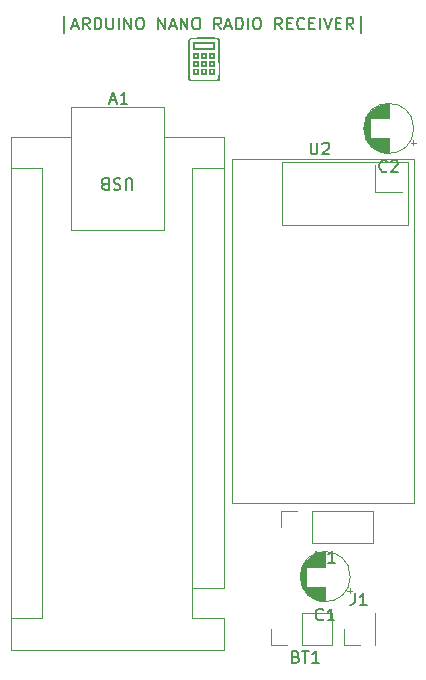
<source format=gbr>
%TF.GenerationSoftware,KiCad,Pcbnew,7.0.7*%
%TF.CreationDate,2023-10-16T17:55:04+02:00*%
%TF.ProjectId,arduino-nano-radio-receiver,61726475-696e-46f2-9d6e-616e6f2d7261,0*%
%TF.SameCoordinates,Original*%
%TF.FileFunction,Legend,Top*%
%TF.FilePolarity,Positive*%
%FSLAX46Y46*%
G04 Gerber Fmt 4.6, Leading zero omitted, Abs format (unit mm)*
G04 Created by KiCad (PCBNEW 7.0.7) date 2023-10-16 17:55:04*
%MOMM*%
%LPD*%
G01*
G04 APERTURE LIST*
%ADD10C,0.150000*%
%ADD11C,0.120000*%
G04 APERTURE END LIST*
D10*
X85774874Y-33603152D02*
X85774874Y-32174580D01*
X86441541Y-32984104D02*
X86917731Y-32984104D01*
X86346303Y-33269819D02*
X86679636Y-32269819D01*
X86679636Y-32269819D02*
X87012969Y-33269819D01*
X87917731Y-33269819D02*
X87584398Y-32793628D01*
X87346303Y-33269819D02*
X87346303Y-32269819D01*
X87346303Y-32269819D02*
X87727255Y-32269819D01*
X87727255Y-32269819D02*
X87822493Y-32317438D01*
X87822493Y-32317438D02*
X87870112Y-32365057D01*
X87870112Y-32365057D02*
X87917731Y-32460295D01*
X87917731Y-32460295D02*
X87917731Y-32603152D01*
X87917731Y-32603152D02*
X87870112Y-32698390D01*
X87870112Y-32698390D02*
X87822493Y-32746009D01*
X87822493Y-32746009D02*
X87727255Y-32793628D01*
X87727255Y-32793628D02*
X87346303Y-32793628D01*
X88346303Y-33269819D02*
X88346303Y-32269819D01*
X88346303Y-32269819D02*
X88584398Y-32269819D01*
X88584398Y-32269819D02*
X88727255Y-32317438D01*
X88727255Y-32317438D02*
X88822493Y-32412676D01*
X88822493Y-32412676D02*
X88870112Y-32507914D01*
X88870112Y-32507914D02*
X88917731Y-32698390D01*
X88917731Y-32698390D02*
X88917731Y-32841247D01*
X88917731Y-32841247D02*
X88870112Y-33031723D01*
X88870112Y-33031723D02*
X88822493Y-33126961D01*
X88822493Y-33126961D02*
X88727255Y-33222200D01*
X88727255Y-33222200D02*
X88584398Y-33269819D01*
X88584398Y-33269819D02*
X88346303Y-33269819D01*
X89346303Y-32269819D02*
X89346303Y-33079342D01*
X89346303Y-33079342D02*
X89393922Y-33174580D01*
X89393922Y-33174580D02*
X89441541Y-33222200D01*
X89441541Y-33222200D02*
X89536779Y-33269819D01*
X89536779Y-33269819D02*
X89727255Y-33269819D01*
X89727255Y-33269819D02*
X89822493Y-33222200D01*
X89822493Y-33222200D02*
X89870112Y-33174580D01*
X89870112Y-33174580D02*
X89917731Y-33079342D01*
X89917731Y-33079342D02*
X89917731Y-32269819D01*
X90393922Y-33269819D02*
X90393922Y-32269819D01*
X90870112Y-33269819D02*
X90870112Y-32269819D01*
X90870112Y-32269819D02*
X91441540Y-33269819D01*
X91441540Y-33269819D02*
X91441540Y-32269819D01*
X92108207Y-32269819D02*
X92298683Y-32269819D01*
X92298683Y-32269819D02*
X92393921Y-32317438D01*
X92393921Y-32317438D02*
X92489159Y-32412676D01*
X92489159Y-32412676D02*
X92536778Y-32603152D01*
X92536778Y-32603152D02*
X92536778Y-32936485D01*
X92536778Y-32936485D02*
X92489159Y-33126961D01*
X92489159Y-33126961D02*
X92393921Y-33222200D01*
X92393921Y-33222200D02*
X92298683Y-33269819D01*
X92298683Y-33269819D02*
X92108207Y-33269819D01*
X92108207Y-33269819D02*
X92012969Y-33222200D01*
X92012969Y-33222200D02*
X91917731Y-33126961D01*
X91917731Y-33126961D02*
X91870112Y-32936485D01*
X91870112Y-32936485D02*
X91870112Y-32603152D01*
X91870112Y-32603152D02*
X91917731Y-32412676D01*
X91917731Y-32412676D02*
X92012969Y-32317438D01*
X92012969Y-32317438D02*
X92108207Y-32269819D01*
X93727255Y-33269819D02*
X93727255Y-32269819D01*
X93727255Y-32269819D02*
X94298683Y-33269819D01*
X94298683Y-33269819D02*
X94298683Y-32269819D01*
X94727255Y-32984104D02*
X95203445Y-32984104D01*
X94632017Y-33269819D02*
X94965350Y-32269819D01*
X94965350Y-32269819D02*
X95298683Y-33269819D01*
X95632017Y-33269819D02*
X95632017Y-32269819D01*
X95632017Y-32269819D02*
X96203445Y-33269819D01*
X96203445Y-33269819D02*
X96203445Y-32269819D01*
X96870112Y-32269819D02*
X97060588Y-32269819D01*
X97060588Y-32269819D02*
X97155826Y-32317438D01*
X97155826Y-32317438D02*
X97251064Y-32412676D01*
X97251064Y-32412676D02*
X97298683Y-32603152D01*
X97298683Y-32603152D02*
X97298683Y-32936485D01*
X97298683Y-32936485D02*
X97251064Y-33126961D01*
X97251064Y-33126961D02*
X97155826Y-33222200D01*
X97155826Y-33222200D02*
X97060588Y-33269819D01*
X97060588Y-33269819D02*
X96870112Y-33269819D01*
X96870112Y-33269819D02*
X96774874Y-33222200D01*
X96774874Y-33222200D02*
X96679636Y-33126961D01*
X96679636Y-33126961D02*
X96632017Y-32936485D01*
X96632017Y-32936485D02*
X96632017Y-32603152D01*
X96632017Y-32603152D02*
X96679636Y-32412676D01*
X96679636Y-32412676D02*
X96774874Y-32317438D01*
X96774874Y-32317438D02*
X96870112Y-32269819D01*
X99060588Y-33269819D02*
X98727255Y-32793628D01*
X98489160Y-33269819D02*
X98489160Y-32269819D01*
X98489160Y-32269819D02*
X98870112Y-32269819D01*
X98870112Y-32269819D02*
X98965350Y-32317438D01*
X98965350Y-32317438D02*
X99012969Y-32365057D01*
X99012969Y-32365057D02*
X99060588Y-32460295D01*
X99060588Y-32460295D02*
X99060588Y-32603152D01*
X99060588Y-32603152D02*
X99012969Y-32698390D01*
X99012969Y-32698390D02*
X98965350Y-32746009D01*
X98965350Y-32746009D02*
X98870112Y-32793628D01*
X98870112Y-32793628D02*
X98489160Y-32793628D01*
X99441541Y-32984104D02*
X99917731Y-32984104D01*
X99346303Y-33269819D02*
X99679636Y-32269819D01*
X99679636Y-32269819D02*
X100012969Y-33269819D01*
X100346303Y-33269819D02*
X100346303Y-32269819D01*
X100346303Y-32269819D02*
X100584398Y-32269819D01*
X100584398Y-32269819D02*
X100727255Y-32317438D01*
X100727255Y-32317438D02*
X100822493Y-32412676D01*
X100822493Y-32412676D02*
X100870112Y-32507914D01*
X100870112Y-32507914D02*
X100917731Y-32698390D01*
X100917731Y-32698390D02*
X100917731Y-32841247D01*
X100917731Y-32841247D02*
X100870112Y-33031723D01*
X100870112Y-33031723D02*
X100822493Y-33126961D01*
X100822493Y-33126961D02*
X100727255Y-33222200D01*
X100727255Y-33222200D02*
X100584398Y-33269819D01*
X100584398Y-33269819D02*
X100346303Y-33269819D01*
X101346303Y-33269819D02*
X101346303Y-32269819D01*
X102012969Y-32269819D02*
X102203445Y-32269819D01*
X102203445Y-32269819D02*
X102298683Y-32317438D01*
X102298683Y-32317438D02*
X102393921Y-32412676D01*
X102393921Y-32412676D02*
X102441540Y-32603152D01*
X102441540Y-32603152D02*
X102441540Y-32936485D01*
X102441540Y-32936485D02*
X102393921Y-33126961D01*
X102393921Y-33126961D02*
X102298683Y-33222200D01*
X102298683Y-33222200D02*
X102203445Y-33269819D01*
X102203445Y-33269819D02*
X102012969Y-33269819D01*
X102012969Y-33269819D02*
X101917731Y-33222200D01*
X101917731Y-33222200D02*
X101822493Y-33126961D01*
X101822493Y-33126961D02*
X101774874Y-32936485D01*
X101774874Y-32936485D02*
X101774874Y-32603152D01*
X101774874Y-32603152D02*
X101822493Y-32412676D01*
X101822493Y-32412676D02*
X101917731Y-32317438D01*
X101917731Y-32317438D02*
X102012969Y-32269819D01*
X104203445Y-33269819D02*
X103870112Y-32793628D01*
X103632017Y-33269819D02*
X103632017Y-32269819D01*
X103632017Y-32269819D02*
X104012969Y-32269819D01*
X104012969Y-32269819D02*
X104108207Y-32317438D01*
X104108207Y-32317438D02*
X104155826Y-32365057D01*
X104155826Y-32365057D02*
X104203445Y-32460295D01*
X104203445Y-32460295D02*
X104203445Y-32603152D01*
X104203445Y-32603152D02*
X104155826Y-32698390D01*
X104155826Y-32698390D02*
X104108207Y-32746009D01*
X104108207Y-32746009D02*
X104012969Y-32793628D01*
X104012969Y-32793628D02*
X103632017Y-32793628D01*
X104632017Y-32746009D02*
X104965350Y-32746009D01*
X105108207Y-33269819D02*
X104632017Y-33269819D01*
X104632017Y-33269819D02*
X104632017Y-32269819D01*
X104632017Y-32269819D02*
X105108207Y-32269819D01*
X106108207Y-33174580D02*
X106060588Y-33222200D01*
X106060588Y-33222200D02*
X105917731Y-33269819D01*
X105917731Y-33269819D02*
X105822493Y-33269819D01*
X105822493Y-33269819D02*
X105679636Y-33222200D01*
X105679636Y-33222200D02*
X105584398Y-33126961D01*
X105584398Y-33126961D02*
X105536779Y-33031723D01*
X105536779Y-33031723D02*
X105489160Y-32841247D01*
X105489160Y-32841247D02*
X105489160Y-32698390D01*
X105489160Y-32698390D02*
X105536779Y-32507914D01*
X105536779Y-32507914D02*
X105584398Y-32412676D01*
X105584398Y-32412676D02*
X105679636Y-32317438D01*
X105679636Y-32317438D02*
X105822493Y-32269819D01*
X105822493Y-32269819D02*
X105917731Y-32269819D01*
X105917731Y-32269819D02*
X106060588Y-32317438D01*
X106060588Y-32317438D02*
X106108207Y-32365057D01*
X106536779Y-32746009D02*
X106870112Y-32746009D01*
X107012969Y-33269819D02*
X106536779Y-33269819D01*
X106536779Y-33269819D02*
X106536779Y-32269819D01*
X106536779Y-32269819D02*
X107012969Y-32269819D01*
X107441541Y-33269819D02*
X107441541Y-32269819D01*
X107774874Y-32269819D02*
X108108207Y-33269819D01*
X108108207Y-33269819D02*
X108441540Y-32269819D01*
X108774874Y-32746009D02*
X109108207Y-32746009D01*
X109251064Y-33269819D02*
X108774874Y-33269819D01*
X108774874Y-33269819D02*
X108774874Y-32269819D01*
X108774874Y-32269819D02*
X109251064Y-32269819D01*
X110251064Y-33269819D02*
X109917731Y-32793628D01*
X109679636Y-33269819D02*
X109679636Y-32269819D01*
X109679636Y-32269819D02*
X110060588Y-32269819D01*
X110060588Y-32269819D02*
X110155826Y-32317438D01*
X110155826Y-32317438D02*
X110203445Y-32365057D01*
X110203445Y-32365057D02*
X110251064Y-32460295D01*
X110251064Y-32460295D02*
X110251064Y-32603152D01*
X110251064Y-32603152D02*
X110203445Y-32698390D01*
X110203445Y-32698390D02*
X110155826Y-32746009D01*
X110155826Y-32746009D02*
X110060588Y-32793628D01*
X110060588Y-32793628D02*
X109679636Y-32793628D01*
X110917731Y-33603152D02*
X110917731Y-32174580D01*
X89685714Y-39269104D02*
X90161904Y-39269104D01*
X89590476Y-39554819D02*
X89923809Y-38554819D01*
X89923809Y-38554819D02*
X90257142Y-39554819D01*
X91114285Y-39554819D02*
X90542857Y-39554819D01*
X90828571Y-39554819D02*
X90828571Y-38554819D01*
X90828571Y-38554819D02*
X90733333Y-38697676D01*
X90733333Y-38697676D02*
X90638095Y-38792914D01*
X90638095Y-38792914D02*
X90542857Y-38840533D01*
X91541904Y-46845180D02*
X91541904Y-46035657D01*
X91541904Y-46035657D02*
X91494285Y-45940419D01*
X91494285Y-45940419D02*
X91446666Y-45892800D01*
X91446666Y-45892800D02*
X91351428Y-45845180D01*
X91351428Y-45845180D02*
X91160952Y-45845180D01*
X91160952Y-45845180D02*
X91065714Y-45892800D01*
X91065714Y-45892800D02*
X91018095Y-45940419D01*
X91018095Y-45940419D02*
X90970476Y-46035657D01*
X90970476Y-46035657D02*
X90970476Y-46845180D01*
X90541904Y-45892800D02*
X90399047Y-45845180D01*
X90399047Y-45845180D02*
X90160952Y-45845180D01*
X90160952Y-45845180D02*
X90065714Y-45892800D01*
X90065714Y-45892800D02*
X90018095Y-45940419D01*
X90018095Y-45940419D02*
X89970476Y-46035657D01*
X89970476Y-46035657D02*
X89970476Y-46130895D01*
X89970476Y-46130895D02*
X90018095Y-46226133D01*
X90018095Y-46226133D02*
X90065714Y-46273752D01*
X90065714Y-46273752D02*
X90160952Y-46321371D01*
X90160952Y-46321371D02*
X90351428Y-46368990D01*
X90351428Y-46368990D02*
X90446666Y-46416609D01*
X90446666Y-46416609D02*
X90494285Y-46464228D01*
X90494285Y-46464228D02*
X90541904Y-46559466D01*
X90541904Y-46559466D02*
X90541904Y-46654704D01*
X90541904Y-46654704D02*
X90494285Y-46749942D01*
X90494285Y-46749942D02*
X90446666Y-46797561D01*
X90446666Y-46797561D02*
X90351428Y-46845180D01*
X90351428Y-46845180D02*
X90113333Y-46845180D01*
X90113333Y-46845180D02*
X89970476Y-46797561D01*
X89208571Y-46368990D02*
X89065714Y-46321371D01*
X89065714Y-46321371D02*
X89018095Y-46273752D01*
X89018095Y-46273752D02*
X88970476Y-46178514D01*
X88970476Y-46178514D02*
X88970476Y-46035657D01*
X88970476Y-46035657D02*
X89018095Y-45940419D01*
X89018095Y-45940419D02*
X89065714Y-45892800D01*
X89065714Y-45892800D02*
X89160952Y-45845180D01*
X89160952Y-45845180D02*
X89541904Y-45845180D01*
X89541904Y-45845180D02*
X89541904Y-46845180D01*
X89541904Y-46845180D02*
X89208571Y-46845180D01*
X89208571Y-46845180D02*
X89113333Y-46797561D01*
X89113333Y-46797561D02*
X89065714Y-46749942D01*
X89065714Y-46749942D02*
X89018095Y-46654704D01*
X89018095Y-46654704D02*
X89018095Y-46559466D01*
X89018095Y-46559466D02*
X89065714Y-46464228D01*
X89065714Y-46464228D02*
X89113333Y-46416609D01*
X89113333Y-46416609D02*
X89208571Y-46368990D01*
X89208571Y-46368990D02*
X89541904Y-46368990D01*
X107703333Y-83209580D02*
X107655714Y-83257200D01*
X107655714Y-83257200D02*
X107512857Y-83304819D01*
X107512857Y-83304819D02*
X107417619Y-83304819D01*
X107417619Y-83304819D02*
X107274762Y-83257200D01*
X107274762Y-83257200D02*
X107179524Y-83161961D01*
X107179524Y-83161961D02*
X107131905Y-83066723D01*
X107131905Y-83066723D02*
X107084286Y-82876247D01*
X107084286Y-82876247D02*
X107084286Y-82733390D01*
X107084286Y-82733390D02*
X107131905Y-82542914D01*
X107131905Y-82542914D02*
X107179524Y-82447676D01*
X107179524Y-82447676D02*
X107274762Y-82352438D01*
X107274762Y-82352438D02*
X107417619Y-82304819D01*
X107417619Y-82304819D02*
X107512857Y-82304819D01*
X107512857Y-82304819D02*
X107655714Y-82352438D01*
X107655714Y-82352438D02*
X107703333Y-82400057D01*
X108655714Y-83304819D02*
X108084286Y-83304819D01*
X108370000Y-83304819D02*
X108370000Y-82304819D01*
X108370000Y-82304819D02*
X108274762Y-82447676D01*
X108274762Y-82447676D02*
X108179524Y-82542914D01*
X108179524Y-82542914D02*
X108084286Y-82590533D01*
X110381666Y-81004819D02*
X110381666Y-81719104D01*
X110381666Y-81719104D02*
X110334047Y-81861961D01*
X110334047Y-81861961D02*
X110238809Y-81957200D01*
X110238809Y-81957200D02*
X110095952Y-82004819D01*
X110095952Y-82004819D02*
X110000714Y-82004819D01*
X111381666Y-82004819D02*
X110810238Y-82004819D01*
X111095952Y-82004819D02*
X111095952Y-81004819D01*
X111095952Y-81004819D02*
X111000714Y-81147676D01*
X111000714Y-81147676D02*
X110905476Y-81242914D01*
X110905476Y-81242914D02*
X110810238Y-81290533D01*
X105389285Y-86381009D02*
X105532142Y-86428628D01*
X105532142Y-86428628D02*
X105579761Y-86476247D01*
X105579761Y-86476247D02*
X105627380Y-86571485D01*
X105627380Y-86571485D02*
X105627380Y-86714342D01*
X105627380Y-86714342D02*
X105579761Y-86809580D01*
X105579761Y-86809580D02*
X105532142Y-86857200D01*
X105532142Y-86857200D02*
X105436904Y-86904819D01*
X105436904Y-86904819D02*
X105055952Y-86904819D01*
X105055952Y-86904819D02*
X105055952Y-85904819D01*
X105055952Y-85904819D02*
X105389285Y-85904819D01*
X105389285Y-85904819D02*
X105484523Y-85952438D01*
X105484523Y-85952438D02*
X105532142Y-86000057D01*
X105532142Y-86000057D02*
X105579761Y-86095295D01*
X105579761Y-86095295D02*
X105579761Y-86190533D01*
X105579761Y-86190533D02*
X105532142Y-86285771D01*
X105532142Y-86285771D02*
X105484523Y-86333390D01*
X105484523Y-86333390D02*
X105389285Y-86381009D01*
X105389285Y-86381009D02*
X105055952Y-86381009D01*
X105913095Y-85904819D02*
X106484523Y-85904819D01*
X106198809Y-86904819D02*
X106198809Y-85904819D01*
X107341666Y-86904819D02*
X106770238Y-86904819D01*
X107055952Y-86904819D02*
X107055952Y-85904819D01*
X107055952Y-85904819D02*
X106960714Y-86047676D01*
X106960714Y-86047676D02*
X106865476Y-86142914D01*
X106865476Y-86142914D02*
X106770238Y-86190533D01*
X113083333Y-45259580D02*
X113035714Y-45307200D01*
X113035714Y-45307200D02*
X112892857Y-45354819D01*
X112892857Y-45354819D02*
X112797619Y-45354819D01*
X112797619Y-45354819D02*
X112654762Y-45307200D01*
X112654762Y-45307200D02*
X112559524Y-45211961D01*
X112559524Y-45211961D02*
X112511905Y-45116723D01*
X112511905Y-45116723D02*
X112464286Y-44926247D01*
X112464286Y-44926247D02*
X112464286Y-44783390D01*
X112464286Y-44783390D02*
X112511905Y-44592914D01*
X112511905Y-44592914D02*
X112559524Y-44497676D01*
X112559524Y-44497676D02*
X112654762Y-44402438D01*
X112654762Y-44402438D02*
X112797619Y-44354819D01*
X112797619Y-44354819D02*
X112892857Y-44354819D01*
X112892857Y-44354819D02*
X113035714Y-44402438D01*
X113035714Y-44402438D02*
X113083333Y-44450057D01*
X113464286Y-44450057D02*
X113511905Y-44402438D01*
X113511905Y-44402438D02*
X113607143Y-44354819D01*
X113607143Y-44354819D02*
X113845238Y-44354819D01*
X113845238Y-44354819D02*
X113940476Y-44402438D01*
X113940476Y-44402438D02*
X113988095Y-44450057D01*
X113988095Y-44450057D02*
X114035714Y-44545295D01*
X114035714Y-44545295D02*
X114035714Y-44640533D01*
X114035714Y-44640533D02*
X113988095Y-44783390D01*
X113988095Y-44783390D02*
X113416667Y-45354819D01*
X113416667Y-45354819D02*
X114035714Y-45354819D01*
X106638095Y-42854819D02*
X106638095Y-43664342D01*
X106638095Y-43664342D02*
X106685714Y-43759580D01*
X106685714Y-43759580D02*
X106733333Y-43807200D01*
X106733333Y-43807200D02*
X106828571Y-43854819D01*
X106828571Y-43854819D02*
X107019047Y-43854819D01*
X107019047Y-43854819D02*
X107114285Y-43807200D01*
X107114285Y-43807200D02*
X107161904Y-43759580D01*
X107161904Y-43759580D02*
X107209523Y-43664342D01*
X107209523Y-43664342D02*
X107209523Y-42854819D01*
X107638095Y-42950057D02*
X107685714Y-42902438D01*
X107685714Y-42902438D02*
X107780952Y-42854819D01*
X107780952Y-42854819D02*
X108019047Y-42854819D01*
X108019047Y-42854819D02*
X108114285Y-42902438D01*
X108114285Y-42902438D02*
X108161904Y-42950057D01*
X108161904Y-42950057D02*
X108209523Y-43045295D01*
X108209523Y-43045295D02*
X108209523Y-43140533D01*
X108209523Y-43140533D02*
X108161904Y-43283390D01*
X108161904Y-43283390D02*
X107590476Y-43854819D01*
X107590476Y-43854819D02*
X108209523Y-43854819D01*
X107133095Y-77429819D02*
X107133095Y-78239342D01*
X107133095Y-78239342D02*
X107180714Y-78334580D01*
X107180714Y-78334580D02*
X107228333Y-78382200D01*
X107228333Y-78382200D02*
X107323571Y-78429819D01*
X107323571Y-78429819D02*
X107514047Y-78429819D01*
X107514047Y-78429819D02*
X107609285Y-78382200D01*
X107609285Y-78382200D02*
X107656904Y-78334580D01*
X107656904Y-78334580D02*
X107704523Y-78239342D01*
X107704523Y-78239342D02*
X107704523Y-77429819D01*
X108704523Y-78429819D02*
X108133095Y-78429819D01*
X108418809Y-78429819D02*
X108418809Y-77429819D01*
X108418809Y-77429819D02*
X108323571Y-77572676D01*
X108323571Y-77572676D02*
X108228333Y-77667914D01*
X108228333Y-77667914D02*
X108133095Y-77715533D01*
D11*
%TO.C,A1*%
X99300000Y-85800000D02*
X99300000Y-83130000D01*
X99300000Y-80590000D02*
X99300000Y-42360000D01*
X99300000Y-42360000D02*
X94220000Y-42360000D01*
X96630000Y-83130000D02*
X99300000Y-83130000D01*
X96630000Y-80590000D02*
X99300000Y-80590000D01*
X96630000Y-80590000D02*
X96630000Y-83130000D01*
X96630000Y-80590000D02*
X96630000Y-45030000D01*
X96630000Y-45030000D02*
X99300000Y-45030000D01*
X94220000Y-50240000D02*
X86340000Y-50240000D01*
X94220000Y-39820000D02*
X94220000Y-50240000D01*
X86340000Y-50240000D02*
X86340000Y-39820000D01*
X86340000Y-39820000D02*
X94220000Y-39820000D01*
X83930000Y-83130000D02*
X83930000Y-45030000D01*
X83930000Y-83130000D02*
X81260000Y-83130000D01*
X83930000Y-45030000D02*
X81260000Y-45030000D01*
X81260000Y-85800000D02*
X99300000Y-85800000D01*
X81260000Y-42360000D02*
X86340000Y-42360000D01*
X81260000Y-42360000D02*
X81260000Y-85800000D01*
%TO.C,C1*%
X110139801Y-80795000D02*
X109739801Y-80795000D01*
X109939801Y-80995000D02*
X109939801Y-80595000D01*
X107870000Y-81680000D02*
X107870000Y-80440000D01*
X107870000Y-78760000D02*
X107870000Y-77520000D01*
X107830000Y-81680000D02*
X107830000Y-80440000D01*
X107830000Y-78760000D02*
X107830000Y-77520000D01*
X107790000Y-81679000D02*
X107790000Y-80440000D01*
X107790000Y-78760000D02*
X107790000Y-77521000D01*
X107750000Y-81677000D02*
X107750000Y-80440000D01*
X107750000Y-78760000D02*
X107750000Y-77523000D01*
X107710000Y-81674000D02*
X107710000Y-80440000D01*
X107710000Y-78760000D02*
X107710000Y-77526000D01*
X107670000Y-81671000D02*
X107670000Y-80440000D01*
X107670000Y-78760000D02*
X107670000Y-77529000D01*
X107630000Y-81667000D02*
X107630000Y-80440000D01*
X107630000Y-78760000D02*
X107630000Y-77533000D01*
X107590000Y-81662000D02*
X107590000Y-80440000D01*
X107590000Y-78760000D02*
X107590000Y-77538000D01*
X107550000Y-81656000D02*
X107550000Y-80440000D01*
X107550000Y-78760000D02*
X107550000Y-77544000D01*
X107510000Y-81650000D02*
X107510000Y-80440000D01*
X107510000Y-78760000D02*
X107510000Y-77550000D01*
X107470000Y-81642000D02*
X107470000Y-80440000D01*
X107470000Y-78760000D02*
X107470000Y-77558000D01*
X107430000Y-81634000D02*
X107430000Y-80440000D01*
X107430000Y-78760000D02*
X107430000Y-77566000D01*
X107390000Y-81625000D02*
X107390000Y-80440000D01*
X107390000Y-78760000D02*
X107390000Y-77575000D01*
X107350000Y-81616000D02*
X107350000Y-80440000D01*
X107350000Y-78760000D02*
X107350000Y-77584000D01*
X107310000Y-81605000D02*
X107310000Y-80440000D01*
X107310000Y-78760000D02*
X107310000Y-77595000D01*
X107270000Y-81594000D02*
X107270000Y-80440000D01*
X107270000Y-78760000D02*
X107270000Y-77606000D01*
X107230000Y-81582000D02*
X107230000Y-80440000D01*
X107230000Y-78760000D02*
X107230000Y-77618000D01*
X107190000Y-81568000D02*
X107190000Y-80440000D01*
X107190000Y-78760000D02*
X107190000Y-77632000D01*
X107149000Y-81554000D02*
X107149000Y-80440000D01*
X107149000Y-78760000D02*
X107149000Y-77646000D01*
X107109000Y-81540000D02*
X107109000Y-80440000D01*
X107109000Y-78760000D02*
X107109000Y-77660000D01*
X107069000Y-81524000D02*
X107069000Y-80440000D01*
X107069000Y-78760000D02*
X107069000Y-77676000D01*
X107029000Y-81507000D02*
X107029000Y-80440000D01*
X107029000Y-78760000D02*
X107029000Y-77693000D01*
X106989000Y-81489000D02*
X106989000Y-80440000D01*
X106989000Y-78760000D02*
X106989000Y-77711000D01*
X106949000Y-81470000D02*
X106949000Y-80440000D01*
X106949000Y-78760000D02*
X106949000Y-77730000D01*
X106909000Y-81451000D02*
X106909000Y-80440000D01*
X106909000Y-78760000D02*
X106909000Y-77749000D01*
X106869000Y-81430000D02*
X106869000Y-80440000D01*
X106869000Y-78760000D02*
X106869000Y-77770000D01*
X106829000Y-81408000D02*
X106829000Y-80440000D01*
X106829000Y-78760000D02*
X106829000Y-77792000D01*
X106789000Y-81385000D02*
X106789000Y-80440000D01*
X106789000Y-78760000D02*
X106789000Y-77815000D01*
X106749000Y-81360000D02*
X106749000Y-80440000D01*
X106749000Y-78760000D02*
X106749000Y-77840000D01*
X106709000Y-81335000D02*
X106709000Y-80440000D01*
X106709000Y-78760000D02*
X106709000Y-77865000D01*
X106669000Y-81308000D02*
X106669000Y-80440000D01*
X106669000Y-78760000D02*
X106669000Y-77892000D01*
X106629000Y-81280000D02*
X106629000Y-80440000D01*
X106629000Y-78760000D02*
X106629000Y-77920000D01*
X106589000Y-81250000D02*
X106589000Y-80440000D01*
X106589000Y-78760000D02*
X106589000Y-77950000D01*
X106549000Y-81219000D02*
X106549000Y-80440000D01*
X106549000Y-78760000D02*
X106549000Y-77981000D01*
X106509000Y-81187000D02*
X106509000Y-80440000D01*
X106509000Y-78760000D02*
X106509000Y-78013000D01*
X106469000Y-81152000D02*
X106469000Y-80440000D01*
X106469000Y-78760000D02*
X106469000Y-78048000D01*
X106429000Y-81116000D02*
X106429000Y-80440000D01*
X106429000Y-78760000D02*
X106429000Y-78084000D01*
X106389000Y-81078000D02*
X106389000Y-80440000D01*
X106389000Y-78760000D02*
X106389000Y-78122000D01*
X106349000Y-81038000D02*
X106349000Y-80440000D01*
X106349000Y-78760000D02*
X106349000Y-78162000D01*
X106309000Y-80996000D02*
X106309000Y-80440000D01*
X106309000Y-78760000D02*
X106309000Y-78204000D01*
X106269000Y-80951000D02*
X106269000Y-78249000D01*
X106229000Y-80904000D02*
X106229000Y-78296000D01*
X106189000Y-80854000D02*
X106189000Y-78346000D01*
X106149000Y-80800000D02*
X106149000Y-78400000D01*
X106109000Y-80742000D02*
X106109000Y-78458000D01*
X106069000Y-80680000D02*
X106069000Y-78520000D01*
X106029000Y-80613000D02*
X106029000Y-78587000D01*
X105989000Y-80540000D02*
X105989000Y-78660000D01*
X105949000Y-80459000D02*
X105949000Y-78741000D01*
X105909000Y-80368000D02*
X105909000Y-78832000D01*
X105869000Y-80264000D02*
X105869000Y-78936000D01*
X105829000Y-80137000D02*
X105829000Y-79063000D01*
X105789000Y-79970000D02*
X105789000Y-79230000D01*
X109990000Y-79600000D02*
G75*
G03*
X109990000Y-79600000I-2120000J0D01*
G01*
%TO.C,J1*%
X109470000Y-85380000D02*
X109470000Y-84050000D01*
X110800000Y-85380000D02*
X109470000Y-85380000D01*
X112070000Y-85380000D02*
X112130000Y-85380000D01*
X112070000Y-85380000D02*
X112070000Y-82720000D01*
X112130000Y-85380000D02*
X112130000Y-82720000D01*
X112070000Y-82720000D02*
X112130000Y-82720000D01*
%TO.C,BT1*%
X103270000Y-85380000D02*
X103270000Y-84050000D01*
X104600000Y-85380000D02*
X103270000Y-85380000D01*
X105870000Y-85380000D02*
X108470000Y-85380000D01*
X105870000Y-85380000D02*
X105870000Y-82720000D01*
X108470000Y-85380000D02*
X108470000Y-82720000D01*
X105870000Y-82720000D02*
X108470000Y-82720000D01*
%TO.C,G\u002A\u002A\u002A*%
G36*
X97215495Y-36851737D02*
G01*
X97215495Y-37111844D01*
X96955388Y-37111844D01*
X96695281Y-37111844D01*
X96695281Y-36953518D01*
X96828510Y-36953518D01*
X96942839Y-36953518D01*
X97057169Y-36953518D01*
X97057169Y-36839189D01*
X97057169Y-36724859D01*
X96949733Y-36731753D01*
X96842298Y-36738647D01*
X96835404Y-36846082D01*
X96828510Y-36953518D01*
X96695281Y-36953518D01*
X96695281Y-36851737D01*
X96695281Y-36591630D01*
X96955388Y-36591630D01*
X97215495Y-36591630D01*
X97215495Y-36851737D01*
G37*
G36*
X97871416Y-35517276D02*
G01*
X97871416Y-35777382D01*
X97611309Y-35777382D01*
X97351203Y-35777382D01*
X97351203Y-35517276D01*
X97351203Y-35415495D01*
X97509528Y-35415495D01*
X97509528Y-35529824D01*
X97509528Y-35644153D01*
X97616964Y-35637259D01*
X97724399Y-35630365D01*
X97731293Y-35522930D01*
X97738187Y-35415495D01*
X97623858Y-35415495D01*
X97509528Y-35415495D01*
X97351203Y-35415495D01*
X97351203Y-35257169D01*
X97611309Y-35257169D01*
X97871416Y-35257169D01*
X97871416Y-35517276D01*
G37*
G36*
X97871416Y-36184506D02*
G01*
X97871416Y-36455922D01*
X97611309Y-36455922D01*
X97351203Y-36455922D01*
X97351203Y-36184506D01*
X97351203Y-36068938D01*
X97509528Y-36068938D01*
X97509528Y-36184506D01*
X97509528Y-36300075D01*
X97616964Y-36293181D01*
X97724399Y-36286287D01*
X97724399Y-36184506D01*
X97724399Y-36082725D01*
X97616964Y-36075831D01*
X97509528Y-36068938D01*
X97351203Y-36068938D01*
X97351203Y-35913090D01*
X97611309Y-35913090D01*
X97871416Y-35913090D01*
X97871416Y-36184506D01*
G37*
G36*
X97871416Y-36851737D02*
G01*
X97871416Y-37111844D01*
X97611309Y-37111844D01*
X97351203Y-37111844D01*
X97351203Y-36851737D01*
X97351203Y-36724859D01*
X97509528Y-36724859D01*
X97509528Y-36839189D01*
X97509528Y-36953518D01*
X97623858Y-36953518D01*
X97738187Y-36953518D01*
X97731293Y-36846082D01*
X97724399Y-36738647D01*
X97616964Y-36731753D01*
X97509528Y-36724859D01*
X97351203Y-36724859D01*
X97351203Y-36591630D01*
X97611309Y-36591630D01*
X97871416Y-36591630D01*
X97871416Y-36851737D01*
G37*
G36*
X98549956Y-36851737D02*
G01*
X98549956Y-37111844D01*
X98289849Y-37111844D01*
X98029742Y-37111844D01*
X98029742Y-36953518D01*
X98162972Y-36953518D01*
X98277301Y-36953518D01*
X98391630Y-36953518D01*
X98391630Y-36839189D01*
X98391630Y-36724859D01*
X98284195Y-36731753D01*
X98176759Y-36738647D01*
X98169865Y-36846082D01*
X98162972Y-36953518D01*
X98029742Y-36953518D01*
X98029742Y-36851737D01*
X98029742Y-36591630D01*
X98289849Y-36591630D01*
X98549956Y-36591630D01*
X98549956Y-36851737D01*
G37*
G36*
X97215495Y-35517276D02*
G01*
X97215495Y-35777382D01*
X96955388Y-35777382D01*
X96695281Y-35777382D01*
X96695281Y-35517276D01*
X96695281Y-35415495D01*
X96830989Y-35415495D01*
X96830989Y-35513506D01*
X96834197Y-35576975D01*
X96842250Y-35619577D01*
X96846067Y-35626596D01*
X96876191Y-35635867D01*
X96933854Y-35641182D01*
X96959157Y-35641674D01*
X97057169Y-35641674D01*
X97057169Y-35528585D01*
X97057169Y-35415495D01*
X96944079Y-35415495D01*
X96830989Y-35415495D01*
X96695281Y-35415495D01*
X96695281Y-35257169D01*
X96955388Y-35257169D01*
X97215495Y-35257169D01*
X97215495Y-35517276D01*
G37*
G36*
X97215495Y-36184506D02*
G01*
X97215495Y-36455922D01*
X96955388Y-36455922D01*
X96695281Y-36455922D01*
X96695281Y-36234849D01*
X96833367Y-36234849D01*
X96852215Y-36277219D01*
X96899667Y-36294891D01*
X96954678Y-36297596D01*
X97057169Y-36297596D01*
X97057169Y-36183267D01*
X97057169Y-36068938D01*
X96949733Y-36075831D01*
X96884688Y-36081997D01*
X96852046Y-36095663D01*
X96839006Y-36126044D01*
X96835050Y-36158387D01*
X96833367Y-36234849D01*
X96695281Y-36234849D01*
X96695281Y-36184506D01*
X96695281Y-35913090D01*
X96955388Y-35913090D01*
X97215495Y-35913090D01*
X97215495Y-36184506D01*
G37*
G36*
X98549956Y-35517276D02*
G01*
X98549956Y-35777382D01*
X98289849Y-35777382D01*
X98029742Y-35777382D01*
X98029742Y-35517276D01*
X98029742Y-35415495D01*
X98165450Y-35415495D01*
X98165450Y-35513506D01*
X98168658Y-35576975D01*
X98176712Y-35619577D01*
X98180529Y-35626596D01*
X98210652Y-35635867D01*
X98268316Y-35641182D01*
X98293619Y-35641674D01*
X98391630Y-35641674D01*
X98391630Y-35528585D01*
X98391630Y-35415495D01*
X98278540Y-35415495D01*
X98165450Y-35415495D01*
X98029742Y-35415495D01*
X98029742Y-35257169D01*
X98289849Y-35257169D01*
X98549956Y-35257169D01*
X98549956Y-35517276D01*
G37*
G36*
X98549956Y-36184506D02*
G01*
X98549956Y-36455922D01*
X98289849Y-36455922D01*
X98029742Y-36455922D01*
X98029742Y-36234849D01*
X98167828Y-36234849D01*
X98186676Y-36277219D01*
X98234128Y-36294891D01*
X98289139Y-36297596D01*
X98391630Y-36297596D01*
X98391630Y-36183267D01*
X98391630Y-36068938D01*
X98284195Y-36075831D01*
X98219149Y-36081997D01*
X98186507Y-36095663D01*
X98173468Y-36126044D01*
X98169511Y-36158387D01*
X98167828Y-36234849D01*
X98029742Y-36234849D01*
X98029742Y-36184506D01*
X98029742Y-35913090D01*
X98289849Y-35913090D01*
X98549956Y-35913090D01*
X98549956Y-36184506D01*
G37*
G36*
X98549956Y-34669101D02*
G01*
X98549956Y-35030989D01*
X97622618Y-35030989D01*
X96695281Y-35030989D01*
X96695281Y-34669101D01*
X96695281Y-34465539D01*
X96830989Y-34465539D01*
X96830989Y-34654022D01*
X96832687Y-34742358D01*
X96837207Y-34812510D01*
X96843687Y-34852842D01*
X96846067Y-34857584D01*
X96871484Y-34861157D01*
X96936793Y-34864428D01*
X97036650Y-34867293D01*
X97165712Y-34869649D01*
X97318636Y-34871393D01*
X97490077Y-34872423D01*
X97626388Y-34872663D01*
X98391630Y-34872663D01*
X98391630Y-34669101D01*
X98391630Y-34465539D01*
X97611309Y-34465539D01*
X96830989Y-34465539D01*
X96695281Y-34465539D01*
X96695281Y-34307213D01*
X97622618Y-34307213D01*
X98549956Y-34307213D01*
X98549956Y-34669101D01*
G37*
G36*
X98274338Y-33948217D02*
G01*
X98432435Y-33949355D01*
X98560207Y-33951894D01*
X98661379Y-33956117D01*
X98739679Y-33962308D01*
X98798835Y-33970749D01*
X98842574Y-33981724D01*
X98874622Y-33995515D01*
X98898708Y-34012405D01*
X98918558Y-34032678D01*
X98935228Y-34053218D01*
X98943542Y-34064908D01*
X98950749Y-34079441D01*
X98956930Y-34099934D01*
X98962162Y-34129498D01*
X98966526Y-34171248D01*
X98970098Y-34228299D01*
X98972960Y-34303764D01*
X98975188Y-34400756D01*
X98976863Y-34522390D01*
X98978063Y-34671780D01*
X98978866Y-34852040D01*
X98979352Y-35066283D01*
X98979600Y-35317623D01*
X98979689Y-35609175D01*
X98979698Y-35809327D01*
X98979751Y-36133338D01*
X98979759Y-36415166D01*
X98979497Y-36657864D01*
X98978738Y-36864485D01*
X98977255Y-37038081D01*
X98974822Y-37181705D01*
X98971214Y-37298409D01*
X98966203Y-37391247D01*
X98959563Y-37463271D01*
X98951069Y-37517534D01*
X98940494Y-37557089D01*
X98927611Y-37584987D01*
X98912195Y-37604283D01*
X98894018Y-37618029D01*
X98872856Y-37629276D01*
X98848480Y-37641079D01*
X98843740Y-37643496D01*
X98823394Y-37651191D01*
X98792202Y-37657638D01*
X98746478Y-37662934D01*
X98682533Y-37667177D01*
X98596683Y-37670463D01*
X98485241Y-37672890D01*
X98344520Y-37674556D01*
X98170834Y-37675557D01*
X97960497Y-37675992D01*
X97709822Y-37675957D01*
X97618087Y-37675860D01*
X97391954Y-37675225D01*
X97178631Y-37673941D01*
X96982571Y-37672083D01*
X96808224Y-37669724D01*
X96660038Y-37666940D01*
X96542466Y-37663804D01*
X96459957Y-37660391D01*
X96416961Y-37656775D01*
X96412556Y-37655715D01*
X96366420Y-37626511D01*
X96314949Y-37580584D01*
X96310775Y-37576171D01*
X96254230Y-37515339D01*
X96248155Y-35820931D01*
X96248098Y-35805156D01*
X96401247Y-35805156D01*
X96401315Y-36117793D01*
X96401565Y-36388309D01*
X96402068Y-36619817D01*
X96402892Y-36815433D01*
X96404107Y-36978271D01*
X96405784Y-37111445D01*
X96407991Y-37218070D01*
X96410800Y-37301261D01*
X96414278Y-37364131D01*
X96418497Y-37409796D01*
X96423525Y-37441369D01*
X96429432Y-37461965D01*
X96436289Y-37474699D01*
X96438680Y-37477605D01*
X96449172Y-37486930D01*
X96464850Y-37494741D01*
X96489505Y-37501172D01*
X96526928Y-37506357D01*
X96580912Y-37510428D01*
X96655247Y-37513520D01*
X96753726Y-37515765D01*
X96880139Y-37517297D01*
X97038278Y-37518249D01*
X97231935Y-37518755D01*
X97464901Y-37518947D01*
X97614815Y-37518967D01*
X97871017Y-37518921D01*
X98085815Y-37518682D01*
X98263038Y-37518103D01*
X98406517Y-37517037D01*
X98520082Y-37515335D01*
X98607566Y-37512851D01*
X98672798Y-37509435D01*
X98719609Y-37504942D01*
X98751829Y-37499222D01*
X98773291Y-37492128D01*
X98787823Y-37483513D01*
X98799191Y-37473294D01*
X98807890Y-37463783D01*
X98815393Y-37451782D01*
X98821775Y-37434128D01*
X98827111Y-37407657D01*
X98831476Y-37369205D01*
X98834945Y-37315610D01*
X98837591Y-37243706D01*
X98839491Y-37150331D01*
X98840718Y-37032320D01*
X98841347Y-36886510D01*
X98841453Y-36709738D01*
X98841111Y-36498839D01*
X98840396Y-36250649D01*
X98839382Y-35962006D01*
X98838772Y-35797734D01*
X98837579Y-35487032D01*
X98836424Y-35218430D01*
X98835212Y-34988792D01*
X98833851Y-34794983D01*
X98832244Y-34633866D01*
X98830298Y-34502306D01*
X98827918Y-34397168D01*
X98825011Y-34315314D01*
X98821481Y-34253611D01*
X98817235Y-34208921D01*
X98812179Y-34178109D01*
X98806216Y-34158039D01*
X98799255Y-34145575D01*
X98791199Y-34137583D01*
X98788776Y-34135749D01*
X98772197Y-34128284D01*
X98742233Y-34122029D01*
X98695300Y-34116883D01*
X98627814Y-34112749D01*
X98536190Y-34109527D01*
X98416842Y-34107119D01*
X98266187Y-34105427D01*
X98080639Y-34104351D01*
X97856615Y-34103793D01*
X97623328Y-34103651D01*
X97365383Y-34103793D01*
X97148908Y-34104292D01*
X96970141Y-34105263D01*
X96825316Y-34106818D01*
X96710670Y-34109071D01*
X96622438Y-34112134D01*
X96556856Y-34116121D01*
X96510160Y-34121145D01*
X96478585Y-34127319D01*
X96458368Y-34134756D01*
X96451516Y-34138861D01*
X96401247Y-34174070D01*
X96401247Y-35805156D01*
X96248098Y-35805156D01*
X96242079Y-34126524D01*
X96319913Y-34041579D01*
X96397746Y-33956634D01*
X97580815Y-33950383D01*
X97852255Y-33949014D01*
X98082187Y-33948198D01*
X98274338Y-33948217D01*
G37*
%TO.C,C2*%
X115519801Y-42845000D02*
X115119801Y-42845000D01*
X115319801Y-43045000D02*
X115319801Y-42645000D01*
X113250000Y-43730000D02*
X113250000Y-42490000D01*
X113250000Y-40810000D02*
X113250000Y-39570000D01*
X113210000Y-43730000D02*
X113210000Y-42490000D01*
X113210000Y-40810000D02*
X113210000Y-39570000D01*
X113170000Y-43729000D02*
X113170000Y-42490000D01*
X113170000Y-40810000D02*
X113170000Y-39571000D01*
X113130000Y-43727000D02*
X113130000Y-42490000D01*
X113130000Y-40810000D02*
X113130000Y-39573000D01*
X113090000Y-43724000D02*
X113090000Y-42490000D01*
X113090000Y-40810000D02*
X113090000Y-39576000D01*
X113050000Y-43721000D02*
X113050000Y-42490000D01*
X113050000Y-40810000D02*
X113050000Y-39579000D01*
X113010000Y-43717000D02*
X113010000Y-42490000D01*
X113010000Y-40810000D02*
X113010000Y-39583000D01*
X112970000Y-43712000D02*
X112970000Y-42490000D01*
X112970000Y-40810000D02*
X112970000Y-39588000D01*
X112930000Y-43706000D02*
X112930000Y-42490000D01*
X112930000Y-40810000D02*
X112930000Y-39594000D01*
X112890000Y-43700000D02*
X112890000Y-42490000D01*
X112890000Y-40810000D02*
X112890000Y-39600000D01*
X112850000Y-43692000D02*
X112850000Y-42490000D01*
X112850000Y-40810000D02*
X112850000Y-39608000D01*
X112810000Y-43684000D02*
X112810000Y-42490000D01*
X112810000Y-40810000D02*
X112810000Y-39616000D01*
X112770000Y-43675000D02*
X112770000Y-42490000D01*
X112770000Y-40810000D02*
X112770000Y-39625000D01*
X112730000Y-43666000D02*
X112730000Y-42490000D01*
X112730000Y-40810000D02*
X112730000Y-39634000D01*
X112690000Y-43655000D02*
X112690000Y-42490000D01*
X112690000Y-40810000D02*
X112690000Y-39645000D01*
X112650000Y-43644000D02*
X112650000Y-42490000D01*
X112650000Y-40810000D02*
X112650000Y-39656000D01*
X112610000Y-43632000D02*
X112610000Y-42490000D01*
X112610000Y-40810000D02*
X112610000Y-39668000D01*
X112570000Y-43618000D02*
X112570000Y-42490000D01*
X112570000Y-40810000D02*
X112570000Y-39682000D01*
X112529000Y-43604000D02*
X112529000Y-42490000D01*
X112529000Y-40810000D02*
X112529000Y-39696000D01*
X112489000Y-43590000D02*
X112489000Y-42490000D01*
X112489000Y-40810000D02*
X112489000Y-39710000D01*
X112449000Y-43574000D02*
X112449000Y-42490000D01*
X112449000Y-40810000D02*
X112449000Y-39726000D01*
X112409000Y-43557000D02*
X112409000Y-42490000D01*
X112409000Y-40810000D02*
X112409000Y-39743000D01*
X112369000Y-43539000D02*
X112369000Y-42490000D01*
X112369000Y-40810000D02*
X112369000Y-39761000D01*
X112329000Y-43520000D02*
X112329000Y-42490000D01*
X112329000Y-40810000D02*
X112329000Y-39780000D01*
X112289000Y-43501000D02*
X112289000Y-42490000D01*
X112289000Y-40810000D02*
X112289000Y-39799000D01*
X112249000Y-43480000D02*
X112249000Y-42490000D01*
X112249000Y-40810000D02*
X112249000Y-39820000D01*
X112209000Y-43458000D02*
X112209000Y-42490000D01*
X112209000Y-40810000D02*
X112209000Y-39842000D01*
X112169000Y-43435000D02*
X112169000Y-42490000D01*
X112169000Y-40810000D02*
X112169000Y-39865000D01*
X112129000Y-43410000D02*
X112129000Y-42490000D01*
X112129000Y-40810000D02*
X112129000Y-39890000D01*
X112089000Y-43385000D02*
X112089000Y-42490000D01*
X112089000Y-40810000D02*
X112089000Y-39915000D01*
X112049000Y-43358000D02*
X112049000Y-42490000D01*
X112049000Y-40810000D02*
X112049000Y-39942000D01*
X112009000Y-43330000D02*
X112009000Y-42490000D01*
X112009000Y-40810000D02*
X112009000Y-39970000D01*
X111969000Y-43300000D02*
X111969000Y-42490000D01*
X111969000Y-40810000D02*
X111969000Y-40000000D01*
X111929000Y-43269000D02*
X111929000Y-42490000D01*
X111929000Y-40810000D02*
X111929000Y-40031000D01*
X111889000Y-43237000D02*
X111889000Y-42490000D01*
X111889000Y-40810000D02*
X111889000Y-40063000D01*
X111849000Y-43202000D02*
X111849000Y-42490000D01*
X111849000Y-40810000D02*
X111849000Y-40098000D01*
X111809000Y-43166000D02*
X111809000Y-42490000D01*
X111809000Y-40810000D02*
X111809000Y-40134000D01*
X111769000Y-43128000D02*
X111769000Y-42490000D01*
X111769000Y-40810000D02*
X111769000Y-40172000D01*
X111729000Y-43088000D02*
X111729000Y-42490000D01*
X111729000Y-40810000D02*
X111729000Y-40212000D01*
X111689000Y-43046000D02*
X111689000Y-42490000D01*
X111689000Y-40810000D02*
X111689000Y-40254000D01*
X111649000Y-43001000D02*
X111649000Y-40299000D01*
X111609000Y-42954000D02*
X111609000Y-40346000D01*
X111569000Y-42904000D02*
X111569000Y-40396000D01*
X111529000Y-42850000D02*
X111529000Y-40450000D01*
X111489000Y-42792000D02*
X111489000Y-40508000D01*
X111449000Y-42730000D02*
X111449000Y-40570000D01*
X111409000Y-42663000D02*
X111409000Y-40637000D01*
X111369000Y-42590000D02*
X111369000Y-40710000D01*
X111329000Y-42509000D02*
X111329000Y-40791000D01*
X111289000Y-42418000D02*
X111289000Y-40882000D01*
X111249000Y-42314000D02*
X111249000Y-40986000D01*
X111209000Y-42187000D02*
X111209000Y-41113000D01*
X111169000Y-42020000D02*
X111169000Y-41280000D01*
X115370000Y-41650000D02*
G75*
G03*
X115370000Y-41650000I-2120000J0D01*
G01*
%TO.C,U2*%
X115420000Y-44200000D02*
X115420000Y-44200000D01*
X115420000Y-44200000D02*
X115420000Y-73400000D01*
X99970000Y-44200000D02*
X115420000Y-44200000D01*
X114844000Y-44530000D02*
X114844000Y-44530000D01*
X114844000Y-44530000D02*
X114844000Y-49864000D01*
X104176000Y-44530000D02*
X114844000Y-44530000D01*
X104176000Y-44530000D02*
X104176000Y-44530000D01*
X112050000Y-44784000D02*
X112050000Y-44784000D01*
X114336000Y-47070000D02*
X112050000Y-47070000D01*
X112050000Y-47070000D02*
X112050000Y-44784000D01*
X114844000Y-49864000D02*
X104176000Y-49864000D01*
X104176000Y-49864000D02*
X104176000Y-44530000D01*
X115420000Y-73400000D02*
X99970000Y-73400000D01*
X99970000Y-73400000D02*
X99970000Y-44200000D01*
%TO.C,U1*%
X106740000Y-76730000D02*
X111880000Y-76730000D01*
X106740000Y-76730000D02*
X106740000Y-74070000D01*
X111880000Y-76730000D02*
X111880000Y-74070000D01*
X104140000Y-75400000D02*
X104140000Y-74070000D01*
X104140000Y-74070000D02*
X105470000Y-74070000D01*
X106740000Y-74070000D02*
X111880000Y-74070000D01*
%TD*%
M02*

</source>
